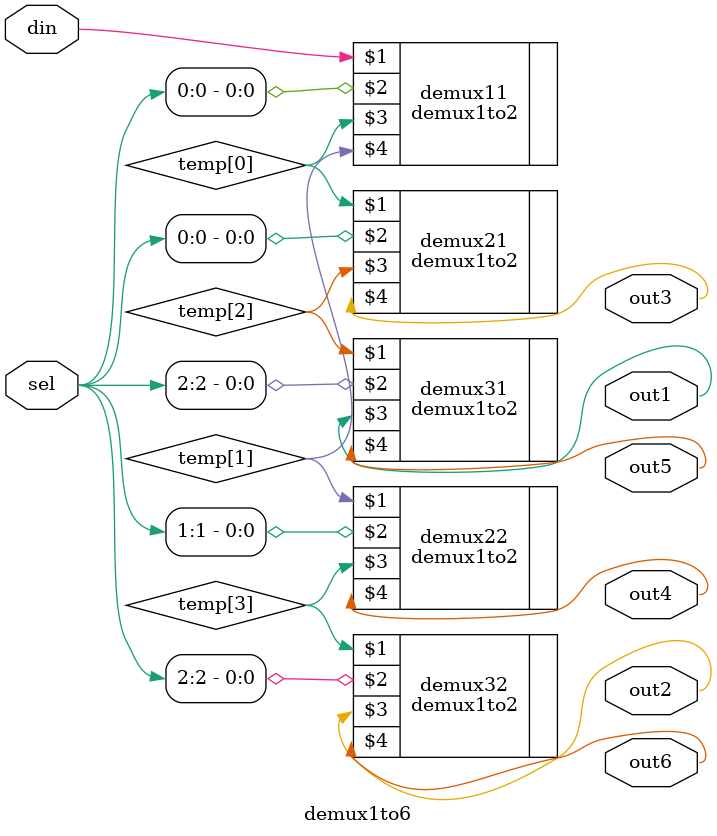
<source format=v>

module demux1to6 (din, sel, out1, out2, out3, out4, out5, out6);

input din;
input [2:0] sel;
output out1, out2, out3, out4, out5, out6;

/*
   sel   din
   000   out1
   001   out2
   010   out3
   011   out4
   100   out5
   101   out6
*/

wire temp [3:0];

demux1to2 demux11(din, sel[0], temp[0], temp[1]);
demux1to2 demux21(temp[0], sel[0], temp[2], out3);
demux1to2 demux22(temp[1], sel[1], temp[3], out4);
demux1to2 demux31(temp[2], sel[2], out1, out5);
demux1to2 demux32(temp[3], sel[2], out2, out6);

endmodule
</source>
